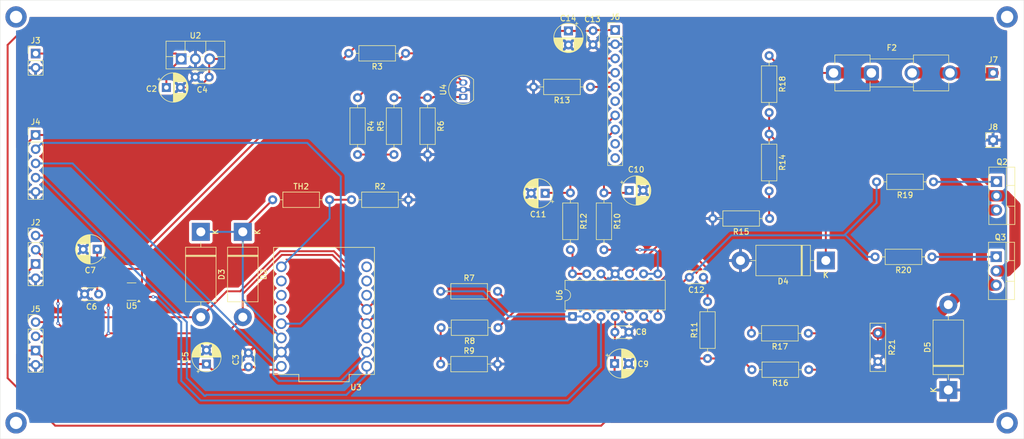
<source format=kicad_pcb>
(kicad_pcb (version 20241229) (generator "pcbnew") (generator_version "9.0")
  (layers (0 "F.Cu" signal) (2 "B.Cu" signal) (13 "F.Paste" user) (15 "B.Paste" user) (5 "F.SilkS" user "F.Silkscreen") (7 "B.SilkS" user "B.Silkscreen") (1 "F.Mask" user) (3 "B.Mask" user) (25 "Edge.Cuts" user))
  (net 0 "")
  (net 1 "+12V")
  (net 2 "GND")
  (net 3 "+5V")
  (net 4 "/4.096V")
  (net 5 "/LOAD_CURR")
  (net 6 "Net-(C12-Pad1)")
  (net 7 "Net-(C12-Pad2)")
  (net 8 "/SDA")
  (net 9 "/SCL")
  (net 10 "Net-(D4-K)")
  (net 11 "Net-(D5-A)")
  (net 12 "Net-(Q2-D)")
  (net 13 "/S2")
  (net 14 "/S1")
  (net 15 "/BTN")
  (net 16 "Net-(Q2-G)")
  (net 17 "Net-(U3-GPIO0)")
  (net 18 "Net-(R4-Pad2)")
  (net 19 "Net-(U4-REF)")
  (net 20 "Net-(U6A--)")
  (net 21 "Net-(U6B-+)")
  (net 22 "Net-(R8-Pad2)")
  (net 23 "Net-(U6C--)")
  (net 24 "Net-(U6B--)")
  (net 25 "Net-(U6D--)")
  (net 26 "Net-(R14-Pad2)")
  (net 27 "Net-(U6D-+)")
  (net 35 "Net-(Q3-G)")
  (net 36 "Net-(J6-Pin_8)")
  (net 37 "Net-(J7-Pin_1)")
  (net 41 "Net-(J6-Pin_5)")
  (net 42 "Net-(U5-VOUT)")
  (net 43 "+3V3")
  (footprint "Connector_PinHeader_2.54mm:PinHeader_1x05_P2.54mm_Vertical" (layer "F.Cu") (at 48 40.58)
    (property "Reference" "J4")
    (property "Value" "Encoder")
  )
  (footprint "MountingHole:MountingHole_2.2mm_M2_DIN965_Pad" (layer "F.Cu") (at 44.5 92)
    (property "Reference" "REF04" (hide yes))
    (property "Value" "MountingHole_2.2mm_M2_DIN965_Pad" (hide yes))
  )
  (footprint "Package_TO_SOT_THT:TO-220F-3_Vertical" (layer "F.Cu") (at 74 27)
    (property "Reference" "U2")
    (property "Value" "L7805" (hide yes))
  )
  (footprint "Resistor_THT:R_Axial_DIN0207_L6.3mm_D2.5mm_P10.16mm_Horizontal" (layer "F.Cu") (at 179 26.42 -90)
    (property "Reference" "R18")
    (property "Value" "10k")
  )
  (footprint "Capacitor_THT:C_Disc_D3.0mm_W2.0mm_P2.50mm" (layer "F.Cu") (at 147.55 21.95 -90)
    (property "Reference" "C13")
    (property "Value" "0.1u" (hide yes))
  )
  (footprint "Package_TO_SOT_SMD:SOT-23-6" (layer "F.Cu") (at 65.1375 68.55 180)
    (property "Reference" "U5")
    (property "Value" "MCP4725")
  )
  (footprint "Resistor_THT:R_Axial_DIN0207_L6.3mm_D2.5mm_P10.16mm_Horizontal" (layer "F.Cu") (at 120.34 81.5)
    (property "Reference" "R9")
    (property "Value" "500")
  )
  (footprint "Capacitor_THT:CP_Radial_D5.0mm_P2.50mm" (layer "F.Cu") (at 71.35 32.1)
    (property "Reference" "C2")
    (property "Value" "220u")
  )
  (footprint "Capacitor_THT:CP_Radial_D5.0mm_P2.50mm" (layer "F.Cu") (at 154 50.5)
    (property "Reference" "C10")
    (property "Value" "200n")
  )
  (footprint "Resistor_THT:R_Axial_DIN0207_L6.3mm_D2.5mm_P10.16mm_Horizontal" (layer "F.Cu") (at 168 80.5 90)
    (property "Reference" "R11")
    (property "Value" "1k")
  )
  (footprint "Resistor_THT:R_Axial_DIN0207_L6.3mm_D2.5mm_P10.16mm_Horizontal" (layer "F.Cu") (at 114.08 26 180)
    (property "Reference" "R3")
    (property "Value" "200")
  )
  (footprint "Resistor_THT:R_Axial_DIN0207_L6.3mm_D2.5mm_P10.16mm_Horizontal" (layer "F.Cu") (at 112 44.08 90)
    (property "Reference" "R5")
    (property "Value" "1k")
  )
  (footprint "Capacitor_THT:C_Disc_D3.0mm_W2.0mm_P2.50mm" (layer "F.Cu") (at 79 30.25 180)
    (property "Reference" "C4")
    (property "Value" "0.1u")
  )
  (footprint "Capacitor_THT:C_Disc_D3.0mm_W2.0mm_P2.50mm" (layer "F.Cu") (at 167.25 66 180)
    (property "Reference" "C12")
    (property "Value" "1n")
  )
  (footprint "Resistor_THT:R_Axial_DIN0207_L6.3mm_D2.5mm_P10.16mm_Horizontal" (layer "F.Cu") (at 143.5 50.92 -90)
    (property "Reference" "R12")
    (property "Value" "10k")
  )
  (footprint "Package_TO_SOT_THT:TO-220-3_Vertical" (layer "F.Cu") (at 219.55 62.32 -90)
    (property "Reference" "Q3")
    (property "Value" "IRLZ44N")
  )
  (footprint "Connector_PinHeader_2.54mm:PinHeader_1x04_P2.54mm_Vertical" (layer "F.Cu") (at 48 58.54)
    (property "Reference" "J2")
    (property "Value" "LCD socket pin")
  )
  (footprint "Capacitor_THT:CP_Radial_D5.0mm_P2.50mm" (layer "F.Cu") (at 139 51 180)
    (property "Reference" "C11")
    (property "Value" "200n")
  )
  (footprint "Capacitor_THT:C_Disc_D3.0mm_W2.0mm_P2.50mm" (layer "F.Cu") (at 86 82 90)
    (property "Reference" "C3")
    (property "Value" "100n")
  )
  (footprint "Resistor_THT:R_Axial_DIN0207_L6.3mm_D2.5mm_P10.16mm_Horizontal" (layer "F.Cu") (at 208.08 62.35 180)
    (property "Reference" "R20")
    (property "Value" "100")
  )
  (footprint "Resistor_THT:R_Axial_DIN0207_L6.3mm_D2.5mm_P10.16mm_Horizontal" (layer "F.Cu") (at 208.35 48.95 180)
    (property "Reference" "R19")
    (property "Value" "100")
  )
  (footprint "Package_DIP:DIP-14_W7.62mm" (layer "F.Cu") (at 143.88 73 90)
    (property "Reference" "U6")
    (property "Value" "LM324")
  )
  (footprint "Resistor_THT:R_Axial_DIN0207_L6.3mm_D2.5mm_P10.16mm_Horizontal" (layer "F.Cu") (at 118 33.92 -90)
    (property "Reference" "R6")
    (property "Value" "2k")
  )
  (footprint "Capacitor_THT:CP_Radial_D5.0mm_P2.50mm" (layer "F.Cu") (at 78.5 81.5 90)
    (property "Reference" "C5")
    (property "Value" "10u")
  )
  (footprint "MountingHole:MountingHole_2.2mm_M2_DIN965_Pad" (layer "F.Cu") (at 221.5 92)
    (property "Reference" "REF03" (hide yes))
    (property "Value" "MountingHole_2.2mm_M2_DIN965_Pad" (hide yes))
  )
  (footprint "Fuse:Fuseholder_Clip-5x20mm_Eaton_1A5601-01_Inline_P20.80x6.76mm_D1.70mm_Horizontal" (layer "F.Cu") (at 190.5 29.5)
    (property "Reference" "F2")
    (property "Value" "5A")
  )
  (footprint "Resistor_THT:R_Axial_DIN0207_L6.3mm_D2.5mm_P10.16mm_Horizontal" (layer "F.Cu") (at 105.5 33.92 -90)
    (property "Reference" "R4")
    (property "Value" "500")
  )
  (footprint "Capacitor_THT:CP_Radial_D5.0mm_P2.50mm" (layer "F.Cu") (at 59 61 180)
    (property "Reference" "C7")
    (property "Value" "10u")
  )
  (footprint "Resistor_THT:R_Axial_DIN0207_L6.3mm_D2.5mm_P10.16mm_Horizontal" (layer "F.Cu") (at 186.08 82.5 180)
    (property "Reference" "R16")
    (property "Value" "10k")
  )
  (footprint "Connector_PinHeader_2.54mm:PinHeader_1x01_P2.54mm_Vertical" (layer "F.Cu") (at 219 41.5)
    (property "Reference" "J8")
    (property "Value" "-")
  )
  (footprint "Package_TO_SOT_THT:TO-92_Inline" (layer "F.Cu") (at 124.36 33.77 90)
    (property "Reference" "U4")
    (property "Value" "TL431LP")
  )
  (footprint "Capacitor_THT:CP_Radial_D5.0mm_P2.50mm" (layer "F.Cu") (at 151.394888 81.4)
    (property "Reference" "C9")
    (property "Value" "10u")
  )
  (footprint "Capacitor_THT:CP_Radial_D5.0mm_P2.50mm" (layer "F.Cu") (at 143.15 21.994888 -90)
    (property "Reference" "C14")
    (property "Value" "10u")
  )
  (footprint "Resistor_THT:R_Axial_DIN0207_L6.3mm_D2.5mm_P10.16mm_Horizontal" (layer "F.Cu") (at 179.08 55.5 180)
    (property "Reference" "R15")
    (property "Value" "500")
  )
  (footprint "Diode_THT:D_DO-201AD_P15.24mm_Horizontal" (layer "F.Cu") (at 189.12 63 180)
    (property "Reference" "D4")
    (property "Value" "D")
  )
  (footprint "Resistor_THT:R_Box_L8.4mm_W2.5mm_P5.08mm" (layer "F.Cu") (at 198.42 75.965 -90)
    (property "Reference" "R21")
    (property "Value" "0.100")
  )
  (footprint "Resistor_THT:R_Axial_DIN0207_L6.3mm_D2.5mm_P10.16mm_Horizontal" (layer "F.Cu") (at 149.5 50.92 -90)
    (property "Reference" "R10")
    (property "Value" "10k")
  )
  (footprint "Resistor_THT:R_Axial_DIN0207_L6.3mm_D2.5mm_P10.16mm_Horizontal" (layer "F.Cu") (at 179 40.42 -90)
    (property "Reference" "R14")
    (property "Value" "1k")
  )
  (footprint "Diode_THT:D_DO-201AD_P15.24mm_Horizontal" (layer "F.Cu") (at 211 86.12 90)
    (property "Reference" "D5")
    (property "Value" "1N4007")
  )
  (footprint "Resistor_THT:R_Axial_DIN0207_L6.3mm_D2.5mm_P10.16mm_Horizontal" (layer "F.Cu") (at 130.58 75 180)
    (property "Reference" "R8")
    (property "Value" "1k")
  )
  (footprint "Resistor_THT:R_Axial_DIN0207_L6.3mm_D2.5mm_P10.16mm_Horizontal" (layer "F.Cu") (at 90.34 52.15)
    (property "Reference" "TH2")
    (property "Value" "100k")
  )
  (footprint "Resistor_THT:R_Axial_DIN0207_L6.3mm_D2.5mm_P10.16mm_Horizontal" (layer "F.Cu") (at 120.34 68.5)
    (property "Reference" "R7")
    (property "Value" "10k")
  )
  (footprint "MountingHole:MountingHole_2.2mm_M2_DIN965_Pad" (layer "F.Cu") (at 44.5 19.5)
    (property "Reference" "REF01" (hide yes))
    (property "Value" "MH" (hide yes))
  )
  (footprint "Diode_THT:D_DO-201AD_P15.24mm_Horizontal" (layer "F.Cu") (at 77.5 57.88 -90)
    (property "Reference" "D3")
    (property "Value" "D_Schottky")
  )
  (footprint "ESP32-C3_SUPERMINI_TH:MODULE_ESP32-C3_SUPERMINI" (layer "F.Cu") (at 99.5 72 180)
    (property "Reference" "U3")
    (property "Value" "ESP32-C3")
  )
  (footprint "Connector_PinHeader_2.54mm:PinHeader_1x04_P2.54mm_Vertical" (layer "F.Cu") (at 48 74)
    (property "Reference" "J5")
    (property "Value" "GPIO expander")
  )
  (footprint "MountingHole:MountingHole_2.2mm_M2_DIN965_Pad" (layer "F.Cu") (at 221.5 19.5)
    (property "Reference" "REF02" (hide yes))
    (property "Value" "MountingHole_2.2mm_M2_DIN965_Pad" (hide yes))
  )
  (footprint "Resistor_THT:R_Axial_DIN0207_L6.3mm_D2.5mm_P10.16mm_Horizontal" (layer "F.Cu") (at 104.42 52.15)
    (property "Reference" "R2")
    (property "Value" "100k")
  )
  (footprint "Connector_PinHeader_2.54mm:PinHeader_1x02_P2.54mm_Vertical" (layer "F.Cu") (at 48 26.04)
    (property "Reference" "J3")
    (property "Value" "Conn_01x02")
  )
  (footprint "Capacitor_THT:C_Disc_D3.0mm_W2.0mm_P2.50mm" (layer "F.Cu") (at 59.25 69 180)
    (property "Reference" "C6")
    (property "Value" "0.1u")
  )
  (footprint "Diode_THT:D_DO-201AD_P15.24mm_Horizontal" (layer "F.Cu") (at 85 57.88 -90)
    (property "Reference" "D2")
    (property "Value" "D_Schottky")
  )
  (footprint "Resistor_THT:R_Axial_DIN0207_L6.3mm_D2.5mm_P10.16mm_Horizontal" (layer "F.Cu") (at 186 76 180)
    (property "Reference" "R17")
    (property "Value" "10k")
  )
  (footprint "Resistor_THT:R_Axial_DIN0207_L6.3mm_D2.5mm_P10.16mm_Horizontal" (layer "F.Cu") (at 147.08 32 180)
    (property "Reference" "R13")
    (property "Value" "10k")
  )
  (footprint "Package_TO_SOT_THT:TO-220-3_Vertical" (layer "F.Cu") (at 219.605 48.91 -90)
    (property "Reference" "Q2")
    (property "Value" "IRLZ44N")
  )
  (footprint "Connector_PinHeader_2.54mm:PinHeader_1x10_P2.54mm_Vertical" (layer "F.Cu") (at 151.5 21.84)
    (property "Reference" "J6")
    (property "Value" "ADS1115 ADC")
  )
  (footprint "Capacitor_THT:C_Disc_D3.0mm_W2.0mm_P2.50mm" (layer "F.Cu") (at 151.45 75.8)
    (property "Reference" "C8")
    (property "Value" "100n")
  )
  (footprint "Connector_PinHeader_2.54mm:PinHeader_1x01_P2.54mm_Vertical" (layer "F.Cu") (at 219 29.5)
    (property "Reference" "J7")
    (property "Value" "+")
  )
  (gr_rect (start 41.661123 16.5) (end 224.5 94.863673) (stroke (width 0.05)) (fill no) (layer "Edge.Cuts"))
  (segment (start 51.5 92.5) (end 149 92.5) (width 0.35) (layer "F.Cu") (net 1))
  (segment (start 73.04 26.04) (end 74 27) (width 0.35) (layer "F.Cu") (net 1))
  (segment (start 43 84) (end 51.5 92.5) (width 0.35) (layer "F.Cu") (net 1))
  (segment (start 151.394888 90.105112) (end 149 92.5) (width 0.35) (layer "F.Cu") (net 1))
  (segment (start 45 22.5) (end 43 24.5) (width 0.35) (layer "F.Cu") (net 1))
  (segment (start 48.5 22.5) (end 45 22.5) (width 0.35) (layer "F.Cu") (net 1))
  (segment (start 151.5 75.75) (end 151.45 75.8) (width 0.35) (layer "F.Cu") (net 1))
  (segment (start 43 24.5) (end 43 84) (width 0.35) (layer "F.Cu") (net 1))
  (segment (start 62.5 26.04) (end 73.04 26.04) (width 0.35) (layer "F.Cu") (net 1))
  (segment (start 62.5 26.04) (end 52.04 26.04) (width 0.35) (layer "F.Cu") (net 1))
  (segment (start 71.35 29.65) (end 74 27) (width 0.35) (layer "F.Cu") (net 1))
  (segment (start 52.04 26.04) (end 48.5 22.5) (width 0.35) (layer "F.Cu") (net 1))
  (segment (start 151.45 81.344888) (end 151.394888 81.4) (width 0.35) (layer "F.Cu") (net 1))
  (segment (start 151.45 75.8) (end 151.45 81.344888) (width 0.35) (layer "F.Cu") (net 1))
  (segment (start 151.5 73) (end 151.5 75.75) (width 0.35) (layer "F.Cu") (net 1))
  (segment (start 71.35 32.1) (end 71.35 29.65) (width 0.35) (layer "F.Cu") (net 1))
  (segment (start 48 26.04) (end 62.5 26.04) (width 0.35) (layer "F.Cu") (net 1))
  (segment (start 151.394888 81.4) (end 151.394888 90.105112) (width 0.35) (layer "F.Cu") (net 1))
  (segment (start 73.85 32.1) (end 74.65 32.1) (width 0.35) (layer "F.Cu") (net 2))
  (segment (start 76.5 27.04) (end 76.54 27) (width 0.35) (layer "F.Cu") (net 2))
  (segment (start 153.5 82) (end 153.25 81.75) (width 0.35) (layer "F.Cu") (net 2))
  (segment (start 57 61) (end 57 61.5) (width 0.35) (layer "F.Cu") (net 2))
  (segment (start 91.28 82.5) (end 91.88 81.9) (width 0.35) (layer "F.Cu") (net 3))
  (segment (start 87 82) (end 87.5 82.5) (width 0.35) (layer "F.Cu") (net 3))
  (segment (start 147.155112 21.994888) (end 147.3 21.85) (width 0.35) (layer "F.Cu") (net 3))
  (segment (start 85.5 82.5) (end 86 82) (width 0.35) (layer "F.Cu") (net 3))
  (segment (start 45 66.62) (end 45.06 66.56) (width 0.35) (layer "F.Cu") (net 3))
  (segment (start 151.49 21.85) (end 151.5 21.84) (width 0.35) (layer "F.Cu") (net 3))
  (segment (start 107.925112 21.994888) (end 143.15 21.994888) (width 0.35) (layer "F.Cu") (net 3))
  (segment (start 50.42 81.5) (end 78.5 81.5) (width 0.35) (layer "F.Cu") (net 3))
  (segment (start 86 82) (end 87 82) (width 0.35) (layer "F.Cu") (net 3))
  (segment (start 45.06 66.56) (end 45.06 43.52) (width 0.35) (layer "F.Cu") (net 3))
  (segment (start 68.67 40.58) (end 48 40.58) (width 0.35) (layer "F.Cu") (net 3))
  (segment (start 87.5 82.5) (end 91.28 82.5) (width 0.35) (layer "F.Cu") (net 3))
  (segment (start 48 79.08) (end 45.08 79.08) (width 0.35) (layer "F.Cu") (net 3))
  (segment (start 147.55 21.95) (end 147.75 21.95) (width 0.35) (layer "F.Cu") (net 3))
  (segment (start 48 79.08) (end 50.42 81.5) (width 0.35) (layer "F.Cu") (net 3))
  (segment (start 68.67 40.58) (end 79 30.25) (width 0.35) (layer "F.Cu") (net 3))
  (segment (start 147.86 21.84) (end 151.5 21.84) (width 0.35) (layer "F.Cu") (net 3))
  (segment (start 45.08 79.08) (end 45 79) (width 0.35) (layer "F.Cu") (net 3))
  (segment (start 143.15 21.994888) (end 147.505112 21.994888) (width 0.35) (layer "F.Cu") (net 3))
  (segment (start 45.06 43.52) (end 48 40.58) (width 0.35) (layer "F.Cu") (net 3))
  (segment (start 147.75 21.95) (end 147.86 21.84) (width 0.35) (layer "F.Cu") (net 3))
  (segment (start 78.5 81.5) (end 79.5 82.5) (width 0.35) (layer "F.Cu") (net 3))
  (segment (start 79 27.08) (end 79.08 27) (width 0.35) (layer "F.Cu") (net 3))
  (segment (start 147.505112 21.994888) (end 147.55 21.95) (width 0.35) (layer "F.Cu") (net 3))
  (segment (start 45.06 66.56) (end 48 63.62) (width 0.35) (layer "F.Cu") (net 3))
  (segment (start 103.92 26) (end 107.925112 21.994888) (width 0.35) (layer "F.Cu") (net 3))
  (segment (start 79.08 27) (end 102.92 27) (width 0.35) (layer "F.Cu") (net 3))
  (segment (start 45 79) (end 45 66.62) (width 0.35) (layer "F.Cu") (net 3))
  (segment (start 102.92 27) (end 103.92 26) (width 0.35) (layer "F.Cu") (net 3))
  (segment (start 79.5 82.5) (end 85.5 82.5) (width 0.35) (layer "F.Cu") (net 3))
  (segment (start 79 30.25) (end 79 27.08) (width 0.35) (layer "F.Cu") (net 3))
  (segment (start 67 64.5) (end 67 66.875) (width 0.35) (layer "F.Cu") (net 4))
  (segment (start 114.08 26) (end 111.08 29) (width 0.35) (layer "F.Cu") (net 4))
  (segment (start 105.5 33.92) (end 108.221 31.199) (width 0.35) (layer "F.Cu") (net 4))
  (segment (start 108.221 31.199) (end 123.596108 31.199) (width 0.35) (layer "F.Cu") (net 4))
  (segment (start 111.08 29) (end 100 29) (width 0.35) (layer "F.Cu") (net 4))
  (segment (start 59 64.5) (end 67 64.5) (width 0.35) (layer "F.Cu") (net 4))
  (segment (start 119.161 26) (end 124.36 31.199) (width 0.35) (layer "F.Cu") (net 4))
  (segment (start 67 66.875) (end 66.401 67.474) (width 0.35) (layer "F.Cu") (net 4))
  (segment (start 67 62) (end 67 64.5) (width 0.35) (layer "F.Cu") (net 4))
  (segment (start 66.401 67.474) (end 66.275 67.474) (width 0.35) (layer "F.Cu") (net 4))
  (segment (start 114.08 26) (end 119.161 26) (width 0.35) (layer "F.Cu") (net 4))
  (segment (start 100 29) (end 67 62) (width 0.35) (layer "F.Cu") (net 4))
  (segment (start 59 61) (end 59 64.5) (width 0.35) (layer "F.Cu") (net 4))
  (segment (start 59 68.75) (end 59.25 69) (width 0.35) (layer "F.Cu") (net 4))
  (segment (start 59 64.5) (end 59 68.75) (width 0.35) (layer "F.Cu") (net 4))
  (segment (start 143.5 50.92) (end 143.5 45.08) (width 0.35) (layer "F.Cu") (net 5))
  (segment (start 139.08 50.92) (end 139 51) (width 0.35) (layer "F.Cu") (net 5))
  (segment (start 143.5 50.92) (end 139.08 50.92) (width 0.35) (layer "F.Cu") (net 5))
  (segment (start 143.5 45.08) (end 151.5 37.08) (width 0.35) (layer "F.Cu") (net 5))
  (segment (start 168 66.75) (end 167.25 66) (width 0.35) (layer "F.Cu") (net 6))
  (segment (start 168 70.34) (end 168 66.75) (width 0.35) (layer "F.Cu") (net 6))
  (segment (start 159.12 71.38) (end 159.12 73) (width 0.35) (layer "F.Cu") (net 7))
  (segment (start 164.75 66) (end 164.5 66) (width 0.35) (layer "F.Cu") (net 7))
  (segment (start 164.5 66) (end 159.12 71.38) (width 0.35) (layer "F.Cu") (net 7))
  (segment (start 197.92 62.35) (end 196.5 62.35) (width 0.35) (layer "B.Cu") (net 7))
  (segment (start 198.19 48.95) (end 198.19 52.73) (width 0.35) (layer "B.Cu") (net 7))
  (segment (start 192.535 58.385) (end 192.42 58.5) (width 0.35) (layer "B.Cu") (net 7))
  (segment (start 192.42 58.5) (end 172.25 58.5) (width 0.35) (layer "B.Cu") (net 7))
  (segment (start 198.19 52.73) (end 192.535 58.385) (width 0.35) (layer "B.Cu") (net 7))
  (segment (start 196.5 62.35) (end 192.535 58.385) (width 0.35) (layer "B.Cu") (net 7))
  (segment (start 172.25 58.5) (end 164.75 66) (width 0.35) (layer "B.Cu") (net 7))
  (segment (start 54.326 76.54) (end 54.5 76.54) (width 0.35) (layer "F.Cu") (net 8))
  (segment (start 48 61.08) (end 52 65.08) (width 0.35) (layer "F.Cu") (net 8))
  (segment (start 61.4 67.6) (end 61 68) (width 0.35) (layer "F.Cu") (net 8))
  (segment (start 91.965653 62) (end 101 62) (width 0.35) (layer "F.Cu") (net 8))
  (segment (start 85 73.12) (end 85 68.965653) (width 0.35) (layer "F.Cu") (net 8))
  (segment (start 133 32) (end 133 48.4) (width 0.35) (layer "F.Cu") (net 8))
  (segment (start 54.5 76.54) (end 60.46 76.54) (width 0.35) (layer "F.Cu") (net 8))
  (segment (start 104.5 71.66) (end 107.12 74.28) (width 0.35) (layer "F.Cu") (net 8))
  (segment (start 82.12 76) (end 85 73.12) (width 0.35) (layer "F.Cu") (net 8))
  (segment (start 52 74.214) (end 54.326 76.54) (width 0.35) (layer "F.Cu") (net 8))
  (segment (start 52 65.08) (end 52 70.714) (width 0.35) (layer "F.Cu") (net 8))
  (segment (start 61 76) (end 82.12 76) (width 0.35) (layer "F.Cu") (net 8))
  (segment (start 64 67.6) (end 61.4 67.6) (width 0.35) (layer "F.Cu") (net 8))
  (segment (start 61 68) (end 61 71.5) (width 0.35) (layer "F.Cu") (net 8))
  (segment (start 151.5 29.46) (end 135.54 29.46) (width 0.35) (layer "F.Cu") (net 8))
  (segment (start 101 62) (end 104.5 65.5) (width 0.35) (layer "F.Cu") (net 8))
  (segment (start 135.54 29.46) (end 133 32) (width 0.35) (layer "F.Cu") (net 8))
  (segment (start 85 68.965653) (end 91.965653 62) (width 0.35) (layer "F.Cu") (net 8))
  (segment (start 48 76.54) (end 54.5 76.54) (width 0.35) (layer "F.Cu") (net 8))
  (segment (start 60.46 76.54) (end 61 76) (width 0.35) (layer "F.Cu") (net 8))
  (segment (start 104.5 65.5) (end 104.5 71.66) (width 0.35) (layer "F.Cu") (net 8))
  (segment (start 133 48.4) (end 107.12 74.28) (width 0.35) (layer "F.Cu") (net 8))
  (via (at 52 70.714) (size 0.6) (drill 0.3) (layers "F.Cu" "B.Cu") (net 8))
  (via (at 61 71.5) (size 0.6) (drill 0.3) (layers "F.Cu" "B.Cu") (net 8))
  (via (at 52 74.214) (size 0.6) (drill 0.3) (layers "F.Cu" "B.Cu") (net 8))
  (via (at 61 76) (size 0.6) (drill 0.3) (layers "F.Cu" "B.Cu") (net 8))
  (segment (start 52 70.714) (end 52 74.214) (width 0.35) (layer "B.Cu") (net 8))
  (segment (start 61 71.5) (end 61 76) (width 0.35) (layer "B.Cu") (net 8))
  (segment (start 101.273795 61.339) (end 105.161 65.226204) (width 0.35) (layer "F.Cu") (net 9))
  (segment (start 50.5 74) (end 51.38 73.12) (width 0.35) (layer "F.Cu") (net 9))
  (segment (start 54.46 58.54) (end 54.5 58.5) (width 0.35) (layer "F.Cu") (net 9))
  (segment (start 55 70.62) (end 57.5 73.12) (width 0.35) (layer "F.Cu") (net 9))
  (segment (start 55 73.12) (end 57.5 73.12) (width 0.35) (layer "F.Cu") (net 9))
  (segment (start 84.530857 68.5) (end 91.691857 61.339) (width 0.35) (layer "F.Cu") (net 9))
  (segment (start 151.5 26.92) (end 134.08 26.92) (width 0.35) (layer "F.Cu") (net 9))
  (segment (start 105.161 65.226204) (end 105.161 69.781) (width 0.35) (layer "F.Cu") (net 9))
  (segment (start 63.383904 68.55) (end 62.5 69.433904) (width 0.35) (layer "F.Cu") (net 9))
  (segment (start 77.5 73.12) (end 82.12 68.5) (width 0.35) (layer "F.Cu") (net 9))
  (segment (start 131.5 47.36) (end 107.12 71.74) (width 0.35) (layer "F.Cu") (net 9))
  (segment (start 48 58.54) (end 54.46 58.54) (width 0.35) (layer "F.Cu") (net 9))
  (segment (start 48 74) (end 50.5 74) (width 0.35) (layer "F.Cu") (net 9))
  (segment (start 57.5 73.12) (end 62.5 73.12) (width 0.35) (layer "F.Cu") (net 9))
  (segment (start 105.161 69.781) (end 107.12 71.74) (width 0.35) (layer "F.Cu") (net 9))
  (segment (start 51.38 73.12) (end 55 73.12) (width 0.35) (layer "F.Cu") (net 9))
  (segment (start 55 59) (end 55 70.62) (width 0.35) (layer "F.Cu") (net 9))
  (segment (start 54.5 58.5) (end 55 59) (width 0.35) (layer "F.Cu") (net 9))
  (segment (start 82.12 68.5) (end 84.530857 68.5) (width 0.35) (layer "F.Cu") (net 9))
  (segment (start 62.5 73.12) (end 77.5 73.12) (width 0.35) (layer "F.Cu") (net 9))
  (segment (start 134.08 26.92) (end 131.5 29.5) (width 0.35) (layer "F.Cu") (net 9))
  (segment (start 62.5 69.433904) (end 62.5 73.12) (width 0.35) (layer "F.Cu") (net 9))
  (segment (start 91.691857 61.339) (end 101.273795 61.339) (width 0.35) (layer "F.Cu") (net 9))
  (segment (start 64 68.55) (end 63.383904 68.55) (width 0.35) (layer "F.Cu") (net 9))
  (segment (start 131.5 29.5) (end 131.5 47.36) (width 0.35) (layer "F.Cu") (net 9))
  (segment (start 179 48.5) (end 174.5 53) (width 0.35) (layer "F.Cu") (net 10))
  (segment (start 154.62 65.38) (end 154.04 65.38) (width 0.35) (layer "F.Cu") (net 10))
  (segment (start 166.42 53) (end 154.04 65.38) (width 0.35) (layer "F.Cu") (net 10))
  (segment (start 174.5 53) (end 166.42 53) (width 0.35) (layer "F.Cu") (net 10))
  (segment (start 189.12 50.54) (end 189.12 63) (width 0.35) (layer "F.Cu") (net 10))
  (segment (start 179 40.42) (end 179 48.5) (width 0.35) (layer "F.Cu") (net 10))
  (segment (start 179 40.42) (end 189.12 50.54) (width 0.35) (layer "F.Cu") (net 10))
  (segment (start 179 36.58) (end 179 40.42) (width 0.35) (layer "F.Cu") (net 10))
  (segment (start 216.9 65.55) (end 216.9 64.3) (width 2) (layer "F.Cu") (net 11))
  (segment (start 219.55 67.4) (end 218.75 67.4) (width 2) (layer "F.Cu") (net 11))
  (segment (start 205.915 75.965) (end 198.42 75.965) (width 2) (layer "F.Cu") (net 11))
  (segment (start 198.42 77.58) (end 198.42 75.965) (width 0.35) (layer "F.Cu") (net 11))
  (segment (start 193.5 82.5) (end 198.42 77.58) (width 0.35) (layer "F.Cu") (net 11))
  (segment (start 211 70.88) (end 205.915 75.965) (width 2) (layer "F.Cu") (net 11))
  (segment (start 211 70.88) (end 216.9 64.98) (width 2) (layer "F.Cu") (net 11))
  (segment (start 218.75 67.4) (end 216.9 65.55) (width 2) (layer "F.Cu") (net 11))
  (segment (start 217.91 53.99) (end 219.605 53.99) (width 2) (layer "F.Cu") (net 11))
  (segment (start 198.385 76) (end 198.42 75.965) (width 0.35) (layer "F.Cu") (net 11))
  (segment (start 186 76) (end 198.385 76) (width 0.35) (layer "F.Cu") (net 11))
  (segment (start 186.08 82.5) (end 193.5 82.5) (width 0.35) (layer "F.Cu") (net 11))
  (segment (start 216.9 55) (end 217.91 53.99) (width 2) (layer "F.Cu") (net 11))
  (segment (start 216.9 64.3) (end 216.9 55) (width 2) (layer "F.Cu") (net 11))
  (segment (start 216.9 64.98) (end 216.9 64.3) (width 2) (layer "F.Cu") (net 11))
  (segment (start 219.515 53.5) (end 219.555 53.46) (width 0.35) (layer "B.Cu") (net 11))
  (segment (start 182.08 29.5) (end 179 26.42) (width 0.35) (layer "F.Cu") (net 12))
  (segment (start 221.4645 64.86) (end 219.55 64.86) (width 2) (layer "F.Cu") (net 12))
  (segment (start 197.26 31.0195) (end 217.6905 51.45) (width 2) (layer "F.Cu") (net 12))
  (segment (start 217.6905 51.45) (end 219.605 51.45) (width 2) (layer "F.Cu") (net 12))
  (segment (start 222.9 63.4245) (end 221.4645 64.86) (width 2) (layer "F.Cu") (net 12))
  (segment (start 222.9 53.23328) (end 222.9 63.4245) (width 2) (layer "F.Cu") (net 12))
  (segment (start 222.3 52.6) (end 222.3 52.63328) (width 2) (layer "F.Cu") (net 12))
  (segment (start 222.3 52.63328) (end 222.9 53.23328) (width 2) (layer "F.Cu") (net 12))
  (segment (start 197.26 29.5) (end 190.5 29.5) (width 2) (layer "F.Cu") (net 12))
  (segment (start 221.15 51.45) (end 222.3 52.6) (width 2) (layer "F.Cu") (net 12))
  (segment (start 219.605 51.45) (end 221.15 51.45) (width 2) (layer "F.Cu") (net 12))
  (segment (start 197.26 29.5) (end 197.26 31.0195) (width 2) (layer "F.Cu") (net 12))
  (segment (start 190.5 29.5) (end 182.08 29.5) (width 0.35) (layer "F.Cu") (net 12))
  (segment (start 105.6815 81.304153) (end 105.6815 81.3085) (width 0.35) (layer "B.Cu") (net 13))
  (segment (start 90.4415 81.51155) (end 90.4415 83.5) (width 0.35) (layer "B.Cu") (net 13))
  (segment (start 54.58995 45.66) (end 90.4415 81.51155) (width 0.35) (layer "B.Cu") (net 13))
  (segment (start 102.49 84.5) (end 91.4415 84.5) (width 0.35) (layer "B.Cu") (net 13))
  (segment (start 91.4415 84.5) (end 90.4415 83.5) (width 0.35) (layer "B.Cu") (net 13))
  (segment (start 107.12 79.87) (end 106.5285 80.4615) (width 0.35) (layer "B.Cu") (net 13))
  (segment (start 105.6815 81.3085) (end 102.49 84.5) (width 0.35) (layer "B.Cu") (net 13))
  (segment (start 106.524153 80.4615) (end 105.6815 81.304153) (width 0.35) (layer "B.Cu") (net 13))
  (segment (start 48 45.66) (end 54.58995 45.66) (width 0.35) (layer "B.Cu") (net 13))
  (segment (start 106.5285 80.4615) (end 106.524153 80.4615) (width 0.35) (layer "B.Cu") (net 13))
  (segment (start 107.12 79.36) (end 107.12 79.87) (width 0.35) (layer "B.Cu") (net 13))
  (segment (start 48 48.2) (end 49.202081 48.2) (width 0.35) (layer "B.Cu") (net 14))
  (segment (start 103.5 87) (end 107.12 83.38) (width 0.35) (layer "B.Cu") (net 14))
  (segment (start 49.202081 48.2) (end 75 73.997919) (width 0.35) (layer "B.Cu") (net 14))
  (segment (start 75 84) (end 78.161 87.161) (width 0.35) (layer "B.Cu") (net 14))
  (segment (start 78.339 87.161) (end 78.5 87) (width 0.35) (layer "B.Cu") (net 14))
  (segment (start 75 73.997919) (end 75 84) (width 0.35) (layer "B.Cu") (net 14))
  (segment (start 78.5 87) (end 103.5 87) (width 0.35) (layer "B.Cu") (net 14))
  (segment (start 107.12 83.38) (end 107.12 81.9) (width 0.35) (layer "B.Cu") (net 14))
  (segment (start 78.161 87.161) (end 78.339 87.161) (width 0.35) (layer "B.Cu") (net 14))
  (segment (start 95.22 74.28) (end 91.88 74.28) (width 0.35) (layer "B.Cu") (net 15))
  (segment (start 102.5 67) (end 95.22 74.28) (width 0.35) (layer "B.Cu") (net 15))
  (segment (start 48 43.12) (end 49.12 42) (width 0.35) (layer "B.Cu") (net 15))
  (segment (start 96.5 42) (end 102.5 48) (width 0.35) (layer "B.Cu") (net 15))
  (segment (start 102.5 48) (end 102.5 67) (width 0.35) (layer "B.Cu") (net 15))
  (segment (start 49.12 42) (end 96.5 42) (width 0.35) (layer "B.Cu") (net 15))
  (segment (start 208.35 48.95) (end 219.565 48.95) (width 0.35) (layer "B.Cu") (net 16))
  (segment (start 219.565 48.95) (end 219.605 48.91) (width 0.35) (layer "B.Cu") (net 16))
  (segment (start 100.5 52.15) (end 104.42 52.15) (width 0.35) (layer "F.Cu") (net 17))
  (segment (start 100.5 55.5) (end 91.88 64.12) (width 0.35) (layer "B.Cu") (net 17))
  (segment (start 100.5 52.15) (end 100.5 55.5) (width 0.35) (layer "B.Cu") (net 17))
  (segment (start 105.5 44.08) (end 112 44.08) (width 0.35) (layer "F.Cu") (net 18))
  (segment (start 118.92 33.92) (end 119.039 33.801) (width 0.35) (layer "F.Cu") (net 19))
  (segment (start 118 33.92) (end 118.92 33.92) (width 0.35) (layer "F.Cu") (net 19))
  (segment (start 119.039 33.801) (end 124.36 33.801) (width 0.35) (layer "F.Cu") (net 19))
  (segment (start 112 33.92) (end 118 33.92) (width 0.35) (layer "F.Cu") (net 19))
  (segment (start 146.42 73) (end 143.88 73) (width 0.35) (layer "B.Cu") (net 20))
  (segment (start 128 68.5) (end 120.34 68.5) (width 0.35) (layer "B.Cu") (net 20))
  (segment (start 132.5 73) (end 128 68.5) (width 0.35) (layer "B.Cu") (net 20))
  (segment (start 143.88 73) (end 132.5 73) (width 0.35) (layer "B.Cu") (net 20))
  (segment (start 133.714 71.714) (end 133.866 71.714) (width 0.35) (layer "F.Cu") (net 21))
  (segment (start 130.58 75) (end 133.866 71.714) (width 0.35) (layer "F.Cu") (net 21))
  (segment (start 133.866 71.714) (end 152.754 71.714) (width 0.35) (layer "F.Cu") (net 21))
  (segment (start 130.5 68.5) (end 133.714 71.714) (width 0.35) (layer "F.Cu") (net 21))
  (segment (start 152.754 71.714) (end 154.04 73) (width 0.35) (layer "F.Cu") (net 21))
  (segment (start 120.34 75.08) (end 120.42 75) (width 0.35) (layer "F.Cu") (net 22))
  (segment (start 120.34 81.5) (end 120.34 75.08) (width 0.35) (layer "F.Cu") (net 22))
  (segment (start 149.5 61.08) (end 155.92 61.08) (width 0.35) (layer "F.Cu") (net 23))
  (via (at 155.92 61.08) (size 0.6) (drill 0.3) (layers "F.Cu" "B.Cu") (net 23))
  (segment (start 159.12 61.62) (end 159.12 65.38) (width 0.35) (layer "B.Cu") (net 23))
  (segment (start 158.58 61.08) (end 159.12 61.62) (width 0.35) (layer "B.Cu") (net 23))
  (segment (start 156.58 65.38) (end 159.12 65.38) (width 0.35) (layer "B.Cu") (net 23))
  (segment (start 155.92 61.08) (end 158.58 61.08) (width 0.35) (layer "B.Cu") (net 23))
  (segment (start 173.92 80.5) (end 175.92 82.5) (width 0.35) (layer "F.Cu") (net 24))
  (segment (start 164.08 80.5) (end 156.58 73) (width 0.35) (layer "F.Cu") (net 24))
  (segment (start 168 80.5) (end 164.08 80.5) (width 0.35) (layer "F.Cu") (net 24))
  (segment (start 168 80.5) (end 173.92 80.5) (width 0.35) (layer "F.Cu") (net 24))
  (segment (start 146.42 65.38) (end 143.88 65.38) (width 0.35) (layer "F.Cu") (net 25))
  (segment (start 143.88 61.46) (end 143.5 61.08) (width 0.35) (layer "F.Cu") (net 25))
  (segment (start 143.88 65.38) (end 143.88 61.46) (width 0.35) (layer "F.Cu") (net 25))
  (segment (start 179 55.42) (end 179.08 55.5) (width 0.35) (layer "F.Cu") (net 26))
  (segment (start 179 50.58) (end 179 55.42) (width 0.35) (layer "F.Cu") (net 26))
  (segment (start 175.84 72.34) (end 166.5 63) (width 0.35) (layer "F.Cu") (net 27))
  (segment (start 175.84 76) (end 175.84 72.34) (width 0.35) (layer "F.Cu") (net 27))
  (segment (start 166.5 63) (end 163.318679 63) (width 0.35) (layer "F.Cu") (net 27))
  (segment (start 159.652679 66.666) (end 150.246 66.666) (width 0.35) (layer "F.Cu") (net 27))
  (segment (start 150.246 66.666) (end 148.96 65.38) (width 0.35) (layer "F.Cu") (net 27))
  (segment (start 163.318679 63) (end 159.652679 66.666) (width 0.35) (layer "F.Cu") (net 27))
  (segment (start 208.08 62.35) (end 219.52 62.35) (width 0.35) (layer "B.Cu") (net 35))
  (segment (start 219.52 62.35) (end 219.55 62.32) (width 0.35) (layer "B.Cu") (net 35))
  (segment (start 149.5 50.92) (end 153.58 50.92) (width 0.35) (layer "F.Cu") (net 36))
  (segment (start 153.58 50.92) (end 154 50.5) (width 0.35) (layer "F.Cu") (net 36))
  (segment (start 149.5 41.62) (end 151.5 39.62) (width 0.35) (layer "F.Cu") (net 36))
  (segment (start 149.5 50.92) (end 149.5 41.62) (width 0.35) (layer "F.Cu") (net 36))
  (segment (start 219 29.5) (end 211.3 29.5) (width 2) (layer "F.Cu") (net 37))
  (segment (start 211.3 29.5) (end 204.54 29.5) (width 2) (layer "F.Cu") (net 37))
  (segment (start 147.08 32) (end 151.5 32) (width 0.35) (layer "F.Cu") (net 41))
  (segment (start 66.275 69.5) (end 69 69.5) (width 0.35) (layer "F.Cu") (net 42))
  (via (at 69 69.5) (size 0.6) (drill 0.3) (layers "F.Cu" "B.Cu") (net 42))
  (segment (start 69 69.5) (end 69.5 69.5) (width 0.35) (layer "B.Cu") (net 42))
  (segment (start 148.96 82.04) (end 148.96 73) (width 0.35) (layer "B.Cu") (net 42))
  (segment (start 74 74) (end 74 84.5) (width 0.35) (layer "B.Cu") (net 42))
  (segment (start 143 88) (end 148.96 82.04) (width 0.35) (layer "B.Cu") (net 42))
  (segment (start 69.5 69.5) (end 74 74) (width 0.35) (layer "B.Cu") (net 42))
  (segment (start 77.5 88) (end 143 88) (width 0.35) (layer "B.Cu") (net 42))
  (segment (start 74 84.5) (end 77.5 88) (width 0.35) (layer "B.Cu") (net 42))
  (segment (start 85 57.49) (end 85 57.88) (width 0.35) (layer "F.Cu") (net 43))
  (segment (start 90.34 52.15) (end 85 57.49) (width 0.35) (layer "F.Cu") (net 43))
  (segment (start 85 69.94) (end 91.88 76.82) (width 0.35) (layer "B.Cu") (net 43))
  (segment (start 77.5 57.88) (end 85 57.88) (width 0.35) (layer "B.Cu") (net 43))
  (segment (start 85 57.88) (end 85 69.94) (width 0.35) (layer "B.Cu") (net 43))
  (zone (net 2) (net_name "GND") (layer "F.Cu") (priority 1) (connect_pads (clearance 0.5)) (min_thickness 0.25) (fill yes (thermal_gap 0.5) (thermal_bridge_width 0.5))
    (polygon (pts (xy 44.5 19.5) (xy 221.5 19.5) (xy 221.5 92) (xy 44.5 92)))
  )
  (zone (net 2) (net_name "GND") (layer "B.Cu") (connect_pads (clearance 0.5)) (min_thickness 0.25) (fill yes (thermal_gap 0.5) (thermal_bridge_width 0.5))
    (polygon (pts (xy 44.5 19.5) (xy 221.5 19.5) (xy 221.5 92) (xy 44.5 92)))
  )
)
</source>
